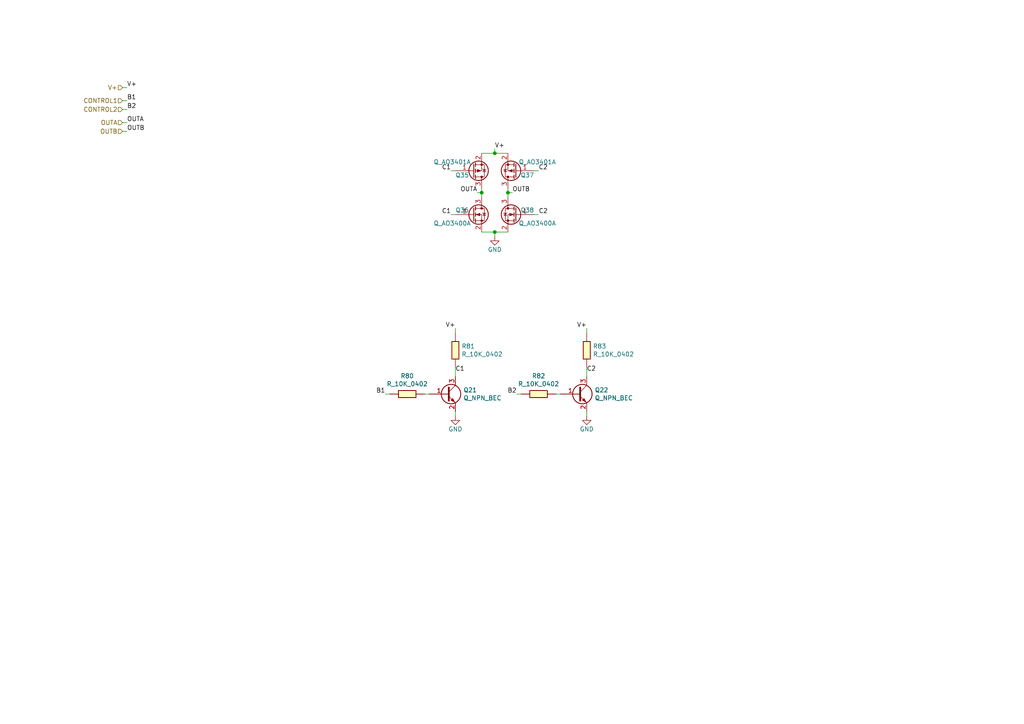
<source format=kicad_sch>
(kicad_sch (version 20211123) (generator eeschema)
  (paper "A4")
  (lib_symbols
    (symbol "Open_Automation:Q_AO3400A" (pin_names (offset 0) hide)
      (property "Reference" "Q" (at 5.08 1.27 0))
      (property "Value" "Open_Automation_Q_AO3400A" (at 5.08 -1.27 0))
      (symbol "Q_AO3400A_0_1"
        (polyline (pts (xy 0.762 -1.778) (xy 2.54 -1.778)))
        (polyline (pts (xy 0.762 -1.27) (xy 0.762 -2.286)) (stroke (width 0.254)))
        (polyline (pts (xy 0.762 0) (xy 2.54 0)))
        (polyline (pts (xy 0.762 0.508) (xy 0.762 -0.508)) (stroke (width 0.254)))
        (polyline (pts (xy 0.762 1.778) (xy 2.54 1.778)))
        (polyline (pts (xy 0.762 2.286) (xy 0.762 1.27)) (stroke (width 0.254)))
        (polyline (pts (xy 2.54 -1.778) (xy 2.54 -2.54)))
        (polyline (pts (xy 2.54 -1.778) (xy 2.54 0)))
        (polyline (pts (xy 2.54 2.54) (xy 2.54 1.778)))
        (polyline (pts (xy 0.254 1.905) (xy 0.254 -1.905) (xy 0.254 -1.905)) (stroke (width 0.254)))
        (polyline (pts (xy 1.016 0) (xy 2.032 0.381) (xy 2.032 -0.381) (xy 1.016 0)) (fill (type outline)))
        (polyline (pts (xy 2.54 -1.778) (xy 3.302 -1.778) (xy 3.302 1.778) (xy 2.54 1.778)))
        (polyline (pts (xy 2.794 0.508) (xy 2.921 0.381) (xy 3.683 0.381) (xy 3.81 0.254)))
        (polyline (pts (xy 3.302 0.381) (xy 2.921 -0.254) (xy 3.683 -0.254) (xy 3.302 0.381)))
        (circle (center 1.651 0) (radius 2.8194) (stroke (width 0.254)))
        (circle (center 2.54 -1.778) (radius 0.2794) (fill (type outline)))
        (circle (center 2.54 1.778) (radius 0.2794) (fill (type outline)))
      )
      (symbol "Q_AO3400A_1_1"
        (pin input line (at -5.08 0 0) (length 5.334) (name "G") (number "1"))
        (pin passive line (at 2.54 -5.08 90) (length 2.54) (name "S") (number "2"))
        (pin passive line (at 2.54 5.08 270) (length 2.54) (name "D") (number "3"))
      )
    )
    (symbol "Open_Automation:Q_AO3401A" (pin_names (offset 0) hide)
      (property "Reference" "Q" (at 5.08 1.27 0))
      (property "Value" "Open_Automation_Q_AO3401A" (at 5.08 -1.27 0))
      (symbol "Q_AO3401A_0_1"
        (polyline (pts (xy 0.762 -1.778) (xy 2.54 -1.778)))
        (polyline (pts (xy 0.762 -1.27) (xy 0.762 -2.286)) (stroke (width 0.254)))
        (polyline (pts (xy 0.762 0) (xy 2.54 0)))
        (polyline (pts (xy 0.762 0.508) (xy 0.762 -0.508)) (stroke (width 0.254)))
        (polyline (pts (xy 0.762 1.778) (xy 2.54 1.778)))
        (polyline (pts (xy 0.762 2.286) (xy 0.762 1.27)) (stroke (width 0.254)))
        (polyline (pts (xy 2.54 -1.778) (xy 2.54 -2.54)))
        (polyline (pts (xy 2.54 -1.778) (xy 2.54 0)))
        (polyline (pts (xy 2.54 2.54) (xy 2.54 1.778)))
        (polyline (pts (xy 0.254 1.905) (xy 0.254 -1.905) (xy 0.254 -1.905)) (stroke (width 0.254)))
        (polyline (pts (xy 2.286 0) (xy 1.27 -0.381) (xy 1.27 0.381) (xy 2.286 0)) (fill (type outline)))
        (polyline (pts (xy 2.54 -1.778) (xy 3.302 -1.778) (xy 3.302 1.778) (xy 2.54 1.778)))
        (polyline (pts (xy 2.794 -0.508) (xy 2.921 -0.381) (xy 3.683 -0.381) (xy 3.81 -0.254)))
        (polyline (pts (xy 3.302 -0.381) (xy 2.921 0.254) (xy 3.683 0.254) (xy 3.302 -0.381)))
        (circle (center 1.651 0) (radius 2.8194) (stroke (width 0.254)))
        (circle (center 2.54 -1.778) (radius 0.2794) (fill (type outline)))
        (circle (center 2.54 1.778) (radius 0.2794) (fill (type outline)))
      )
      (symbol "Q_AO3401A_1_1"
        (pin input line (at -5.08 0 0) (length 5.334) (name "G") (number "1"))
        (pin passive line (at 2.54 -5.08 90) (length 2.54) (name "S") (number "2"))
        (pin passive line (at 2.54 5.08 270) (length 2.54) (name "D") (number "3"))
      )
    )
    (symbol "Open_Automation:Q_NPN_BEC" (pin_names (offset 0) hide)
      (property "Reference" "Q" (at 5.08 1.27 0))
      (property "Value" "Open_Automation_Q_NPN_BEC" (at 5.08 -1.27 0))
      (symbol "Q_NPN_BEC_0_1"
        (polyline (pts (xy 0.635 0.635) (xy 2.54 2.54)))
        (polyline (pts (xy 0.635 -0.635) (xy 2.54 -2.54) (xy 2.54 -2.54)))
        (polyline (pts (xy 0.635 1.905) (xy 0.635 -1.905) (xy 0.635 -1.905)) (stroke (width 0.508)))
        (polyline (pts (xy 1.27 -1.778) (xy 1.778 -1.27) (xy 2.286 -2.286) (xy 1.27 -1.778) (xy 1.27 -1.778)) (fill (type outline)))
        (circle (center 1.27 0) (radius 2.8194) (stroke (width 0.254)))
      )
      (symbol "Q_NPN_BEC_1_1"
        (pin input line (at -5.08 0 0) (length 5.715) (name "B") (number "1"))
        (pin passive line (at 2.54 -5.08 90) (length 2.54) (name "E") (number "2"))
        (pin passive line (at 2.54 5.08 270) (length 2.54) (name "C") (number "3"))
      )
    )
    (symbol "Open_Automation:R_10K_0402" (pin_numbers hide) (pin_names (offset 0))
      (property "Reference" "R" (at 0 0 90))
      (property "Value" "Open_Automation_R_10K_0402" (at -1.905 0 90))
      (symbol "R_10K_0402_0_1"
        (rectangle (start -1.016 -2.54) (end 1.016 2.54) (stroke (width 0.254)) (fill (type background)))
      )
      (symbol "R_10K_0402_1_1"
        (pin passive line (at 0 -5.08 90) (length 2.54) (name "~") (number "1"))
        (pin passive line (at 0 5.08 270) (length 2.54) (name "~") (number "2"))
      )
    )
    (symbol "open-dash-daughterboard-rescue:GND-open-automation" (power) (pin_names (offset 0))
      (property "Value" "open-dash-daughterboard-rescue_GND-open-automation" (at 0 -3.81 0))
      (symbol "GND-open-automation_0_1"
        (polyline (pts (xy 0 0) (xy 0 -1.27) (xy 1.27 -1.27) (xy 0 -2.54) (xy -1.27 -1.27) (xy 0 -1.27)))
      )
      (symbol "GND-open-automation_1_1"
        (pin power_in line (at 0 0 270) (length 0) hide (name "GND") (number "1"))
      )
    )
  )
  (junction (at 139.7 55.88))
  (junction (at 143.51 44.45))
  (junction (at 143.51 67.31))
  (junction (at 147.32 55.88))
  (wire (pts (xy 36.83 25.4) (xy 35.56 25.4)))
  (wire (pts (xy 130.81 62.23) (xy 132.08 62.23)))
  (wire (pts (xy 161.29 114.3) (xy 162.56 114.3)))
  (wire (pts (xy 130.81 49.53) (xy 132.08 49.53)))
  (wire (pts (xy 143.51 68.58) (xy 143.51 67.31)))
  (wire (pts (xy 170.18 106.68) (xy 170.18 109.22)))
  (wire (pts (xy 139.7 44.45) (xy 143.51 44.45)))
  (wire (pts (xy 156.21 49.53) (xy 154.94 49.53)))
  (wire (pts (xy 147.32 54.61) (xy 147.32 55.88)))
  (wire (pts (xy 139.7 54.61) (xy 139.7 55.88)))
  (wire (pts (xy 36.83 29.21) (xy 35.56 29.21)))
  (wire (pts (xy 138.43 55.88) (xy 139.7 55.88)))
  (wire (pts (xy 147.32 55.88) (xy 147.32 57.15)))
  (wire (pts (xy 143.51 44.45) (xy 147.32 44.45)))
  (wire (pts (xy 111.76 114.3) (xy 113.03 114.3)))
  (wire (pts (xy 156.21 62.23) (xy 154.94 62.23)))
  (wire (pts (xy 143.51 67.31) (xy 147.32 67.31)))
  (wire (pts (xy 143.51 43.18) (xy 143.51 44.45)))
  (wire (pts (xy 149.86 114.3) (xy 151.13 114.3)))
  (wire (pts (xy 139.7 67.31) (xy 143.51 67.31)))
  (wire (pts (xy 36.83 31.75) (xy 35.56 31.75)))
  (wire (pts (xy 139.7 55.88) (xy 139.7 57.15)))
  (wire (pts (xy 36.83 38.1) (xy 35.56 38.1)))
  (wire (pts (xy 170.18 120.65) (xy 170.18 119.38)))
  (wire (pts (xy 132.08 106.68) (xy 132.08 109.22)))
  (wire (pts (xy 132.08 95.25) (xy 132.08 96.52)))
  (wire (pts (xy 132.08 120.65) (xy 132.08 119.38)))
  (wire (pts (xy 148.59 55.88) (xy 147.32 55.88)))
  (wire (pts (xy 123.19 114.3) (xy 124.46 114.3)))
  (wire (pts (xy 170.18 95.25) (xy 170.18 96.52)))
  (wire (pts (xy 36.83 35.56) (xy 35.56 35.56)))
  (label "B1" (at 111.76 114.3 180))
  (label "V+" (at 132.08 95.25 180))
  (label "OUTA" (at 36.83 35.56 0))
  (label "C1" (at 130.81 49.53 180))
  (label "V+" (at 143.51 43.18 0))
  (label "OUTB" (at 148.59 55.88 0))
  (label "V+" (at 170.18 95.25 180))
  (label "B1" (at 36.83 29.21 0))
  (label "C2" (at 170.18 107.95 0))
  (label "OUTB" (at 36.83 38.1 0))
  (label "C2" (at 156.21 49.53 0))
  (label "C1" (at 132.08 107.95 0))
  (label "C2" (at 156.21 62.23 0))
  (label "B2" (at 149.86 114.3 180))
  (label "B2" (at 36.83 31.75 0))
  (label "OUTA" (at 138.43 55.88 180))
  (label "C1" (at 130.81 62.23 180))
  (label "V+" (at 36.83 25.4 0))
  (hierarchical_label "OUTB" (shape input) (at 35.56 38.1 180))
  (hierarchical_label "OUTA" (shape input) (at 35.56 35.56 180))
  (hierarchical_label "V+" (shape input) (at 35.56 25.4 180))
  (hierarchical_label "CONTROL2" (shape input) (at 35.56 31.75 180))
  (hierarchical_label "CONTROL1" (shape input) (at 35.56 29.21 180))
  (symbol (lib_id "Open_Automation:Q_NPN_BEC") (at 167.64 114.3 0)
    (property "Reference" "Q22" (at 172.4914 113.1316 0) (effects (justify left)))
    (property "Value" "Q_NPN_BEC" (at 172.4914 115.443 0) (effects (justify left)))
    (property "Footprint" "Package_TO_SOT_SMD:SOT-23" (effects hide))
    (property "Datasheet" "https://datasheet.lcsc.com/szlcsc/Changjiang-Electronics-Tech-CJ-SS8050_C2150.pdf" (effects hide))
    (property "LCSC" "C2150" (effects hide))
    (property "Part Number" "SS8050" (effects hide))
  )
  (symbol (lib_id "Open_Automation:R_10K_0402") (at 170.18 101.6 0)
    (property "Reference" "R83" (at 171.958 100.4316 0) (effects (justify left)))
    (property "Value" "R_10K_0402" (at 171.958 102.743 0) (effects (justify left)))
    (property "Footprint" "Resistor_SMD:R_0402_1005Metric_Pad0.72x0.64mm_HandSolder" (effects hide))
    (property "Datasheet" "https://datasheet.lcsc.com/szlcsc/Uniroyal-Elec-0402WGF1002TCE_C25744.pdf" (effects hide))
    (property "Part Number" "0402WGF1002TCE" (effects hide))
    (property "LCSC" "C25744" (effects hide))
  )
  (symbol (lib_id "Open_Automation:R_10K_0402") (at 156.21 114.3 270)
    (property "Reference" "R82" (at 156.21 109.0422 90))
    (property "Value" "R_10K_0402" (at 156.21 111.3536 90))
    (property "Footprint" "Resistor_SMD:R_0402_1005Metric_Pad0.72x0.64mm_HandSolder" (effects hide))
    (property "Datasheet" "https://datasheet.lcsc.com/szlcsc/Uniroyal-Elec-0402WGF1002TCE_C25744.pdf" (effects hide))
    (property "Part Number" "0402WGF1002TCE" (effects hide))
    (property "LCSC" "C25744" (effects hide))
  )
  (symbol (lib_id "open-dash-daughterboard-rescue:GND-open-automation") (at 170.18 120.65 0) (mirror y)
    (property "Reference" "#PWR0118" (effects hide))
    (property "Value" "GND" (at 170.18 124.46 0))
  )
  (symbol (lib_id "Open_Automation:Q_NPN_BEC") (at 129.54 114.3 0)
    (property "Reference" "Q21" (at 134.3914 113.1316 0) (effects (justify left)))
    (property "Value" "Q_NPN_BEC" (at 134.3914 115.443 0) (effects (justify left)))
    (property "Footprint" "Package_TO_SOT_SMD:SOT-23" (effects hide))
    (property "Datasheet" "https://datasheet.lcsc.com/szlcsc/Changjiang-Electronics-Tech-CJ-SS8050_C2150.pdf" (effects hide))
    (property "LCSC" "C2150" (effects hide))
    (property "Part Number" "SS8050" (effects hide))
  )
  (symbol (lib_id "Open_Automation:R_10K_0402") (at 132.08 101.6 0)
    (property "Reference" "R81" (at 133.858 100.4316 0) (effects (justify left)))
    (property "Value" "R_10K_0402" (at 133.858 102.743 0) (effects (justify left)))
    (property "Footprint" "Resistor_SMD:R_0402_1005Metric_Pad0.72x0.64mm_HandSolder" (effects hide))
    (property "Datasheet" "https://datasheet.lcsc.com/szlcsc/Uniroyal-Elec-0402WGF1002TCE_C25744.pdf" (effects hide))
    (property "Part Number" "0402WGF1002TCE" (effects hide))
    (property "LCSC" "C25744" (effects hide))
  )
  (symbol (lib_id "Open_Automation:R_10K_0402") (at 118.11 114.3 270)
    (property "Reference" "R80" (at 118.11 109.0422 90))
    (property "Value" "R_10K_0402" (at 118.11 111.3536 90))
    (property "Footprint" "Resistor_SMD:R_0402_1005Metric_Pad0.72x0.64mm_HandSolder" (effects hide))
    (property "Datasheet" "https://datasheet.lcsc.com/szlcsc/Uniroyal-Elec-0402WGF1002TCE_C25744.pdf" (effects hide))
    (property "Part Number" "0402WGF1002TCE" (effects hide))
    (property "LCSC" "C25744" (effects hide))
  )
  (symbol (lib_id "open-dash-daughterboard-rescue:GND-open-automation") (at 132.08 120.65 0) (mirror y)
    (property "Reference" "#PWR0117" (effects hide))
    (property "Value" "GND" (at 132.08 124.46 0))
  )
  (symbol (lib_id "Open_Automation:Q_AO3401A") (at 137.16 49.53 0) (mirror x)
    (property "Reference" "Q35" (at 132.08 50.8 0) (effects (justify left)))
    (property "Value" "Q_AO3401A" (at 125.73 46.99 0) (effects (justify left)))
    (property "Footprint" "Package_TO_SOT_SMD:SOT-23" (effects hide))
    (property "Datasheet" "https://datasheet.lcsc.com/lcsc/1810171817_Alpha-&-Omega-Semicon-AO3401A_C15127.pdf" (effects hide))
    (property "Part Number" "AO3401A" (effects hide))
    (property "LCSC" "C15127" (effects hide))
  )
  (symbol (lib_id "Open_Automation:Q_AO3400A") (at 137.16 62.23 0)
    (property "Reference" "Q36" (at 132.08 60.96 0) (effects (justify left)))
    (property "Value" "Q_AO3400A" (at 125.73 64.77 0) (effects (justify left)))
    (property "Footprint" "Package_TO_SOT_SMD:SOT-23" (effects hide))
    (property "Datasheet" "https://datasheet.lcsc.com/lcsc/1811081213_Alpha-&-Omega-Semicon-AO3400A_C20917.pdf" (effects hide))
    (property "Part Number" "AO3400A" (effects hide))
    (property "LCSC" "C20917" (effects hide))
  )
  (symbol (lib_id "Open_Automation:Q_AO3401A") (at 149.86 49.53 180)
    (property "Reference" "Q37" (at 154.94 50.8 0) (effects (justify left)))
    (property "Value" "Q_AO3401A" (at 161.29 46.99 0) (effects (justify left)))
    (property "Footprint" "Package_TO_SOT_SMD:SOT-23" (effects hide))
    (property "Datasheet" "https://datasheet.lcsc.com/lcsc/1810171817_Alpha-&-Omega-Semicon-AO3401A_C15127.pdf" (effects hide))
    (property "Part Number" "AO3401A" (effects hide))
    (property "LCSC" "C15127" (effects hide))
  )
  (symbol (lib_id "Open_Automation:Q_AO3400A") (at 149.86 62.23 0) (mirror y)
    (property "Reference" "Q38" (at 154.94 60.96 0) (effects (justify left)))
    (property "Value" "Q_AO3400A" (at 161.29 64.77 0) (effects (justify left)))
    (property "Footprint" "Package_TO_SOT_SMD:SOT-23" (effects hide))
    (property "Datasheet" "https://datasheet.lcsc.com/lcsc/1811081213_Alpha-&-Omega-Semicon-AO3400A_C20917.pdf" (effects hide))
    (property "Part Number" "AO3400A" (effects hide))
    (property "LCSC" "C20917" (effects hide))
  )
  (symbol (lib_id "open-dash-daughterboard-rescue:GND-open-automation") (at 143.51 68.58 0) (mirror y)
    (property "Reference" "#PWR0174" (effects hide))
    (property "Value" "GND" (at 143.51 72.39 0))
  )
)
</source>
